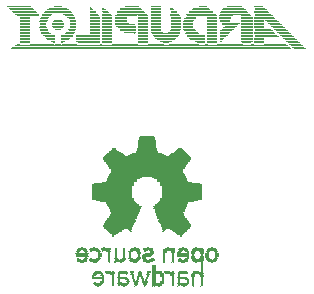
<source format=gbr>
G04 EAGLE Gerber RS-274X export*
G75*
%MOMM*%
%FSLAX34Y34*%
%LPD*%
%INSilkscreen Bottom*%
%IPPOS*%
%AMOC8*
5,1,8,0,0,1.08239X$1,22.5*%
G01*
%ADD10R,0.241300X0.060450*%
%ADD11R,0.060956X0.060450*%
%ADD12R,0.058419X0.060450*%
%ADD13R,0.060963X0.060450*%
%ADD14R,0.482600X0.060450*%
%ADD15R,0.243838X0.060450*%
%ADD16R,0.302256X0.060450*%
%ADD17R,0.726438X0.060450*%
%ADD18R,0.906781X0.060450*%
%ADD19R,0.304800X0.060450*%
%ADD20R,0.906775X0.060450*%
%ADD21R,0.845819X0.060450*%
%ADD22R,0.967738X0.060450*%
%ADD23R,0.363219X0.060450*%
%ADD24R,0.182881X0.060706*%
%ADD25R,0.302262X0.060706*%
%ADD26R,0.241300X0.060706*%
%ADD27R,0.421637X0.060706*%
%ADD28R,0.424175X0.060706*%
%ADD29R,0.363219X0.060706*%
%ADD30R,0.360681X0.060706*%
%ADD31R,0.421637X0.060450*%
%ADD32R,0.424175X0.060450*%
%ADD33R,0.485137X0.060450*%
%ADD34R,0.180338X0.060450*%
%ADD35R,0.182875X0.060450*%
%ADD36R,1.026156X0.060450*%
%ADD37R,0.784863X0.060450*%
%ADD38R,0.302256X0.060706*%
%ADD39R,0.243838X0.060706*%
%ADD40R,0.058419X0.060706*%
%ADD41R,0.360681X0.060450*%
%ADD42R,0.182881X0.060450*%
%ADD43R,0.302262X0.060450*%
%ADD44R,0.424181X0.060450*%
%ADD45R,0.787400X0.060450*%
%ADD46R,0.665475X0.060450*%
%ADD47R,0.848356X0.060450*%
%ADD48R,0.543556X0.060450*%
%ADD49R,0.665481X0.060450*%
%ADD50R,0.546100X0.060450*%
%ADD51R,0.607056X0.060450*%
%ADD52R,0.784856X0.060450*%
%ADD53R,0.723900X0.060450*%
%ADD54R,1.028700X0.060450*%
%ADD55R,0.424181X0.060706*%
%ADD56R,0.485137X0.060706*%
%ADD57R,0.482600X0.060706*%
%ADD58R,0.119381X0.060450*%
%ADD59R,0.121919X0.060450*%
%ADD60R,0.119375X0.060450*%
%ADD61R,1.089662X0.060450*%
%ADD62R,0.909319X0.060450*%
%ADD63R,0.604519X0.060450*%
%ADD64R,1.148081X0.060450*%
%ADD65R,1.150619X0.060450*%
%ADD66R,1.270000X0.060450*%
%ADD67R,1.450338X0.060706*%
%ADD68R,1.572263X0.060450*%
%ADD69R,1.572256X0.060450*%
%ADD70R,2.298700X0.060450*%
%ADD71R,2.420619X0.060450*%
%ADD72R,2.479038X0.060450*%
%ADD73R,2.600963X0.060450*%
%ADD74R,2.600956X0.060450*%
%ADD75R,2.540000X0.060450*%
%ADD76R,2.598419X0.060450*%
%ADD77R,2.540000X0.060706*%
%ADD78R,2.418075X0.060450*%
%ADD79R,2.418081X0.060450*%
%ADD80R,2.359656X0.060450*%
%ADD81R,2.357119X0.060450*%
%ADD82R,2.359656X0.060706*%
%ADD83R,2.357119X0.060706*%
%ADD84R,2.661919X0.060450*%
%ADD85R,2.722881X0.060450*%
%ADD86R,2.722881X0.060706*%
%ADD87R,2.842256X0.060450*%
%ADD88R,2.720338X0.060450*%
%ADD89R,2.722875X0.060450*%
%ADD90R,2.659381X0.060450*%
%ADD91R,2.659375X0.060450*%
%ADD92R,2.961638X0.060450*%
%ADD93R,3.263900X0.060450*%
%ADD94R,3.507738X0.060706*%
%ADD95R,3.507738X0.060450*%
%ADD96R,3.446775X0.060450*%
%ADD97R,3.446781X0.060450*%
%ADD98R,3.385819X0.060450*%
%ADD99R,3.324856X0.060450*%
%ADD100R,3.324863X0.060450*%
%ADD101R,3.324856X0.060706*%
%ADD102R,3.324863X0.060706*%
%ADD103R,3.022600X0.060450*%
%ADD104R,2.781300X0.060450*%
%ADD105R,2.783838X0.060450*%
%ADD106R,2.842263X0.060706*%
%ADD107R,2.842256X0.060706*%
%ADD108R,3.144519X0.060450*%
%ADD109R,6.410956X0.060450*%
%ADD110R,6.289038X0.060450*%
%ADD111R,6.167119X0.060450*%
%ADD112R,6.047738X0.060450*%
%ADD113R,6.167119X0.060706*%
%ADD114R,6.532881X0.060450*%
%ADD115R,6.652256X0.060450*%
%ADD116R,6.771638X0.060450*%
%ADD117R,6.893556X0.060450*%
%ADD118R,7.015481X0.060450*%
%ADD119R,7.015481X0.060706*%
%ADD120R,7.137400X0.060450*%
%ADD121R,7.259319X0.060450*%
%ADD122R,7.376156X0.060450*%
%ADD123R,7.498081X0.060450*%
%ADD124R,1.755138X0.060450*%
%ADD125R,3.388356X0.060450*%
%ADD126R,1.633219X0.060450*%
%ADD127R,2.900681X0.060706*%
%ADD128R,1.330956X0.060450*%
%ADD129R,1.328419X0.060450*%
%ADD130R,2.296156X0.060450*%
%ADD131R,1.935481X0.060450*%
%ADD132R,1.813556X0.060450*%
%ADD133R,1.691638X0.060450*%
%ADD134R,1.572256X0.060706*%
%ADD135R,1.511300X0.060450*%
%ADD136R,1.452881X0.060450*%
%ADD137R,1.330956X0.060706*%
%ADD138R,1.209037X0.060450*%
%ADD139R,23.876000X0.084838*%
%ADD140R,1.016000X0.084838*%
%ADD141R,23.705819X0.084581*%
%ADD142R,1.016000X0.084581*%
%ADD143R,23.538181X0.084581*%
%ADD144R,23.281638X0.084838*%
%ADD145R,23.114000X0.084581*%
%ADD146R,0.254000X0.084581*%
%ADD147R,2.032000X0.084581*%
%ADD148R,0.508000X0.084581*%
%ADD149R,1.270000X0.084581*%
%ADD150R,0.170181X0.084581*%
%ADD151R,2.202181X0.084581*%
%ADD152R,1.356363X0.084581*%
%ADD153R,2.623819X0.084581*%
%ADD154R,2.118362X0.084581*%
%ADD155R,1.861819X0.084581*%
%ADD156R,0.845819X0.084581*%
%ADD157R,0.167637X0.084581*%
%ADD158R,1.945638X0.084581*%
%ADD159R,0.591819X0.084581*%
%ADD160R,0.675638X0.084581*%
%ADD161R,0.762000X0.084581*%
%ADD162R,0.421637X0.084581*%
%ADD163R,0.340363X0.084581*%
%ADD164R,1.099819X0.084581*%
%ADD165R,0.929638X0.084581*%
%ADD166R,0.086363X0.084581*%
%ADD167R,0.932181X0.084581*%
%ADD168R,0.845819X0.084838*%
%ADD169R,0.591819X0.084838*%
%ADD170R,0.508000X0.084838*%
%ADD171R,2.032000X0.084838*%
%ADD172R,1.353819X0.084838*%
%ADD173R,1.099819X0.084838*%
%ADD174R,0.170181X0.084838*%
%ADD175R,0.932181X0.084838*%
%ADD176R,0.678181X0.084581*%
%ADD177R,1.607819X0.084581*%
%ADD178R,1.778000X0.084581*%
%ADD179R,1.353819X0.084581*%
%ADD180R,0.848363X0.084838*%
%ADD181R,1.948181X0.084838*%
%ADD182R,1.437638X0.084838*%
%ADD183R,0.424181X0.084838*%
%ADD184R,2.115819X0.084838*%
%ADD185R,2.115819X0.084581*%
%ADD186R,1.524000X0.084581*%
%ADD187R,0.594363X0.084581*%
%ADD188R,0.762000X0.084838*%
%ADD189R,2.286000X0.084838*%
%ADD190R,1.607819X0.084838*%
%ADD191R,0.678181X0.084838*%
%ADD192R,1.861819X0.084838*%
%ADD193R,0.083819X0.084581*%
%ADD194R,2.369819X0.084581*%
%ADD195R,1.183638X0.084581*%
%ADD196R,0.848363X0.084581*%
%ADD197R,1.691638X0.084581*%
%ADD198R,0.675638X0.084838*%
%ADD199R,1.270000X0.084838*%
%ADD200R,1.437638X0.084581*%
%ADD201R,0.594363X0.084838*%
%ADD202R,1.524000X0.084838*%
%ADD203R,0.929638X0.084838*%
%ADD204R,1.691638X0.084838*%
%ADD205R,1.694181X0.084581*%
%ADD206R,1.102363X0.084581*%
%ADD207R,1.102363X0.084838*%
%ADD208R,1.864363X0.084581*%
%ADD209R,1.186181X0.084581*%
%ADD210R,1.948181X0.084581*%
%ADD211R,2.540000X0.084581*%
%ADD212R,1.945638X0.084838*%
%ADD213R,2.540000X0.084838*%
%ADD214R,2.372362X0.084838*%
%ADD215R,2.456181X0.084838*%
%ADD216R,2.453638X0.084581*%
%ADD217R,2.372362X0.084581*%
%ADD218R,0.424181X0.084581*%
%ADD219R,2.286000X0.084581*%
%ADD220R,2.199638X0.084581*%
%ADD221R,0.337819X0.084838*%
%ADD222R,2.118362X0.084838*%
%ADD223R,0.421637X0.084838*%
%ADD224R,1.778000X0.084838*%
%ADD225R,0.337819X0.084581*%
%ADD226R,1.186181X0.084838*%
%ADD227R,0.083819X0.084838*%
%ADD228R,0.167637X0.084838*%


D10*
X230105Y261973D03*
X252483Y261973D03*
D11*
X261843Y261973D03*
D12*
X270313Y261973D03*
X276968Y261973D03*
D11*
X278175Y261973D03*
D10*
X282099Y261973D03*
D13*
X298139Y261973D03*
D10*
X303283Y261973D03*
D12*
X311436Y261973D03*
D11*
X317494Y261973D03*
D14*
X230093Y262578D03*
D10*
X242805Y262578D03*
X248241Y262578D03*
D14*
X252470Y262578D03*
D15*
X262147Y262578D03*
D10*
X270009Y262578D03*
D16*
X277578Y262578D03*
D14*
X282112Y262578D03*
D10*
X293605Y262578D03*
X299041Y262578D03*
D14*
X303270Y262578D03*
D10*
X310522Y262578D03*
X318396Y262578D03*
D17*
X230093Y263182D03*
D10*
X242805Y263182D03*
D18*
X251568Y263182D03*
D19*
X262452Y263182D03*
D16*
X269704Y263182D03*
D20*
X280600Y263182D03*
D10*
X293605Y263182D03*
D18*
X302368Y263182D03*
D10*
X310522Y263182D03*
X318396Y263182D03*
D21*
X230105Y263787D03*
D10*
X242805Y263787D03*
D22*
X251873Y263787D03*
D19*
X262452Y263787D03*
D16*
X269704Y263787D03*
D22*
X280905Y263787D03*
D10*
X293605Y263787D03*
D18*
X302368Y263787D03*
D10*
X310522Y263787D03*
X318396Y263787D03*
D18*
X230410Y264391D03*
D10*
X242805Y264391D03*
D22*
X251873Y264391D03*
D23*
X262160Y264391D03*
X270009Y264391D03*
D22*
X280905Y264391D03*
D10*
X293605Y264391D03*
D22*
X302673Y264391D03*
D10*
X310522Y264391D03*
X318396Y264391D03*
D24*
X227375Y264997D03*
D25*
X233433Y264997D03*
D26*
X242805Y264997D03*
D25*
X248546Y264997D03*
D26*
X255505Y264997D03*
D27*
X262452Y264997D03*
D28*
X269704Y264997D03*
D29*
X277883Y264997D03*
D30*
X284525Y264997D03*
D26*
X293605Y264997D03*
X299041Y264997D03*
X306305Y264997D03*
X310522Y264997D03*
X318396Y264997D03*
D16*
X234017Y265603D03*
D10*
X242805Y265603D03*
X248241Y265603D03*
D16*
X255810Y265603D03*
D31*
X262452Y265603D03*
D32*
X269704Y265603D03*
D16*
X277578Y265603D03*
X284817Y265603D03*
D10*
X293605Y265603D03*
X299041Y265603D03*
X306305Y265603D03*
X310522Y265603D03*
X318396Y265603D03*
X234322Y266207D03*
X242805Y266207D03*
X248241Y266207D03*
D15*
X256102Y266207D03*
D14*
X262147Y266207D03*
D33*
X270009Y266207D03*
D16*
X277578Y266207D03*
X284817Y266207D03*
D10*
X293605Y266207D03*
X299041Y266207D03*
X306305Y266207D03*
X310522Y266207D03*
X318396Y266207D03*
X234322Y266812D03*
X242805Y266812D03*
X248241Y266812D03*
X255505Y266812D03*
X260941Y266812D03*
D34*
X263659Y266812D03*
D35*
X268497Y266812D03*
D10*
X271228Y266812D03*
D16*
X277578Y266812D03*
D10*
X285122Y266812D03*
X293605Y266812D03*
X299041Y266812D03*
X306305Y266812D03*
X310522Y266812D03*
X318396Y266812D03*
X234322Y267416D03*
X242805Y267416D03*
X248241Y267416D03*
D23*
X254896Y267416D03*
D34*
X260636Y267416D03*
D10*
X263963Y267416D03*
X268205Y267416D03*
X271228Y267416D03*
D16*
X277578Y267416D03*
D10*
X285122Y267416D03*
X293605Y267416D03*
X299041Y267416D03*
D23*
X305696Y267416D03*
D10*
X310522Y267416D03*
X318396Y267416D03*
D36*
X230397Y268021D03*
D10*
X242805Y268021D03*
D18*
X251568Y268021D03*
D10*
X260331Y268021D03*
X263963Y268021D03*
X268205Y268021D03*
D15*
X271825Y268021D03*
D16*
X277578Y268021D03*
D10*
X285122Y268021D03*
X293605Y268021D03*
D18*
X302368Y268021D03*
D10*
X310522Y268021D03*
X318396Y268021D03*
D36*
X230397Y268625D03*
D10*
X242805Y268625D03*
D18*
X251568Y268625D03*
D10*
X260331Y268625D03*
D34*
X264268Y268625D03*
X267900Y268625D03*
D15*
X271825Y268625D03*
D16*
X277578Y268625D03*
D10*
X285122Y268625D03*
X293605Y268625D03*
D21*
X302063Y268625D03*
D10*
X310522Y268625D03*
X318396Y268625D03*
D36*
X230397Y269230D03*
D10*
X242805Y269230D03*
D37*
X250959Y269230D03*
D10*
X260331Y269230D03*
X264573Y269230D03*
X267596Y269230D03*
D15*
X271825Y269230D03*
D16*
X277578Y269230D03*
D10*
X285122Y269230D03*
X293605Y269230D03*
D37*
X301759Y269230D03*
D10*
X310522Y269230D03*
X318396Y269230D03*
X226473Y269834D03*
X234322Y269834D03*
X242805Y269834D03*
X248241Y269834D03*
X259722Y269834D03*
X264573Y269834D03*
X267596Y269834D03*
X272422Y269834D03*
D16*
X277578Y269834D03*
D10*
X285122Y269834D03*
X293605Y269834D03*
X299041Y269834D03*
X310522Y269834D03*
X318396Y269834D03*
X226473Y270439D03*
X234322Y270439D03*
X242805Y270439D03*
X248241Y270439D03*
X259722Y270439D03*
D31*
X266084Y270439D03*
D10*
X272422Y270439D03*
D16*
X277578Y270439D03*
X284817Y270439D03*
D10*
X293605Y270439D03*
X299041Y270439D03*
D16*
X310826Y270439D03*
X318091Y270439D03*
X226778Y271043D03*
X234017Y271043D03*
D10*
X242805Y271043D03*
X248241Y271043D03*
X259722Y271043D03*
D31*
X266084Y271043D03*
D10*
X272422Y271043D03*
D16*
X277578Y271043D03*
X284817Y271043D03*
X293300Y271043D03*
D10*
X299041Y271043D03*
D16*
X310826Y271043D03*
X318091Y271043D03*
D38*
X227387Y271649D03*
D39*
X233725Y271649D03*
D38*
X242500Y271649D03*
D26*
X248241Y271649D03*
D40*
X254591Y271649D03*
D38*
X259417Y271649D03*
D27*
X266084Y271649D03*
D38*
X272726Y271649D03*
D29*
X277883Y271649D03*
D38*
X284817Y271649D03*
X293300Y271649D03*
D26*
X299041Y271649D03*
D29*
X311131Y271649D03*
X317786Y271649D03*
D41*
X227680Y272255D03*
D23*
X233128Y272255D03*
D42*
X237662Y272255D03*
D32*
X241891Y272255D03*
D23*
X248850Y272255D03*
D34*
X254591Y272255D03*
D15*
X259125Y272255D03*
D43*
X266072Y272255D03*
D10*
X273031Y272255D03*
D14*
X278480Y272255D03*
D23*
X283928Y272255D03*
D42*
X288462Y272255D03*
D32*
X292691Y272255D03*
D43*
X299346Y272255D03*
D10*
X305086Y272255D03*
D23*
X311741Y272255D03*
D44*
X317481Y272255D03*
D45*
X230397Y272859D03*
D17*
X240380Y272859D03*
D21*
X251873Y272859D03*
D15*
X259125Y272859D03*
D43*
X266072Y272859D03*
D10*
X273031Y272859D03*
D22*
X280905Y272859D03*
D45*
X290875Y272859D03*
D18*
X302368Y272859D03*
D22*
X314763Y272859D03*
D46*
X230397Y273464D03*
D45*
X240075Y273464D03*
D21*
X251873Y273464D03*
D43*
X258833Y273464D03*
X266072Y273464D03*
D16*
X273336Y273464D03*
D20*
X280600Y273464D03*
D47*
X290570Y273464D03*
D21*
X302673Y273464D03*
D18*
X315068Y273464D03*
D48*
X230397Y274069D03*
D33*
X238563Y274069D03*
D10*
X242805Y274069D03*
D17*
X251860Y274069D03*
D43*
X258833Y274069D03*
D35*
X266084Y274069D03*
D16*
X273336Y274069D03*
X277578Y274069D03*
D14*
X282112Y274069D03*
D33*
X288754Y274069D03*
D10*
X293605Y274069D03*
D49*
X302356Y274069D03*
D14*
X313557Y274069D03*
D10*
X318396Y274069D03*
D16*
X230410Y274673D03*
D43*
X238259Y274673D03*
D10*
X242805Y274673D03*
D32*
X252178Y274673D03*
D10*
X258528Y274673D03*
D35*
X266084Y274673D03*
D10*
X273641Y274673D03*
D16*
X277578Y274673D03*
D10*
X282099Y274673D03*
D43*
X289059Y274673D03*
D10*
X293605Y274673D03*
D23*
X302673Y274673D03*
D15*
X313557Y274673D03*
D10*
X318396Y274673D03*
D16*
X277578Y275278D03*
D10*
X318396Y275278D03*
D16*
X277578Y275882D03*
D10*
X318396Y275882D03*
D16*
X277578Y276487D03*
D10*
X318396Y276487D03*
D16*
X277578Y277091D03*
D10*
X318396Y277091D03*
D38*
X277578Y277697D03*
D26*
X318396Y277697D03*
D16*
X277578Y278303D03*
D10*
X318396Y278303D03*
D16*
X277578Y278907D03*
D10*
X318396Y278907D03*
D16*
X277578Y279512D03*
D10*
X318396Y279512D03*
X318396Y280116D03*
X318396Y280721D03*
X318396Y281325D03*
D16*
X216491Y281930D03*
X227387Y281930D03*
D11*
X240075Y281930D03*
X244317Y281930D03*
X245510Y281930D03*
D15*
X249447Y281930D03*
D43*
X261246Y281930D03*
D16*
X272726Y281930D03*
D12*
X286036Y281930D03*
D11*
X287243Y281930D03*
X293288Y281930D03*
X294507Y281930D03*
D16*
X302368Y281930D03*
D15*
X313557Y281930D03*
D10*
X318396Y281930D03*
X326854Y281930D03*
D50*
X216491Y282534D03*
D48*
X227375Y282534D03*
D10*
X239783Y282534D03*
X245218Y282534D03*
D14*
X249447Y282534D03*
D50*
X261246Y282534D03*
D49*
X272739Y282534D03*
D10*
X286341Y282534D03*
D15*
X294202Y282534D03*
D51*
X302063Y282534D03*
D14*
X313557Y282534D03*
D10*
X318396Y282534D03*
D48*
X326562Y282534D03*
D52*
X216491Y283139D03*
D17*
X227070Y283139D03*
D10*
X239783Y283139D03*
D21*
X248241Y283139D03*
D53*
X260941Y283139D03*
D21*
X273031Y283139D03*
D10*
X286341Y283139D03*
D15*
X294202Y283139D03*
D52*
X302368Y283139D03*
D18*
X315068Y283139D03*
D17*
X326867Y283139D03*
D20*
X216491Y283743D03*
D47*
X227070Y283743D03*
D10*
X239783Y283743D03*
D18*
X248546Y283743D03*
D21*
X260941Y283743D03*
D54*
X273336Y283743D03*
D10*
X286341Y283743D03*
D15*
X294202Y283743D03*
D21*
X302063Y283743D03*
D22*
X314763Y283743D03*
D21*
X326854Y283743D03*
D38*
X214078Y284349D03*
D29*
X219209Y284349D03*
D55*
X224949Y284349D03*
D28*
X229800Y284349D03*
D26*
X239783Y284349D03*
D27*
X246120Y284349D03*
D56*
X251263Y284349D03*
D27*
X258820Y284349D03*
D55*
X263659Y284349D03*
D29*
X270009Y284349D03*
D55*
X276359Y284349D03*
D26*
X286341Y284349D03*
D39*
X294202Y284349D03*
D38*
X299955Y284349D03*
D29*
X305086Y284349D03*
D55*
X312046Y284349D03*
D57*
X317189Y284349D03*
D55*
X324136Y284349D03*
D27*
X328975Y284349D03*
D58*
X213773Y284955D03*
D16*
X220123Y284955D03*
D42*
X224352Y284955D03*
D41*
X230702Y284955D03*
D10*
X239783Y284955D03*
D16*
X245523Y284955D03*
X252178Y284955D03*
D23*
X257918Y284955D03*
D16*
X264268Y284955D03*
X269094Y284955D03*
D34*
X276359Y284955D03*
D10*
X286341Y284955D03*
D15*
X294202Y284955D03*
D59*
X299638Y284955D03*
D16*
X306000Y284955D03*
X311436Y284955D03*
D23*
X317786Y284955D03*
D16*
X323526Y284955D03*
X330181Y284955D03*
D10*
X220428Y285559D03*
D16*
X230994Y285559D03*
D10*
X239783Y285559D03*
X245218Y285559D03*
D16*
X252178Y285559D03*
X257613Y285559D03*
X264878Y285559D03*
D15*
X268802Y285559D03*
D60*
X276663Y285559D03*
D10*
X286341Y285559D03*
D15*
X294202Y285559D03*
D10*
X306305Y285559D03*
D16*
X310826Y285559D03*
X318091Y285559D03*
D10*
X323222Y285559D03*
D16*
X330181Y285559D03*
D10*
X220428Y286164D03*
X231299Y286164D03*
X239783Y286164D03*
X245218Y286164D03*
X252483Y286164D03*
X257309Y286164D03*
D16*
X264878Y286164D03*
X269094Y286164D03*
D10*
X286341Y286164D03*
D15*
X294202Y286164D03*
D10*
X306305Y286164D03*
D16*
X310826Y286164D03*
X318091Y286164D03*
X322917Y286164D03*
D10*
X330486Y286164D03*
D43*
X220733Y286769D03*
D10*
X231299Y286769D03*
X239783Y286769D03*
X245218Y286769D03*
X252483Y286769D03*
X257309Y286769D03*
X265183Y286769D03*
D16*
X269094Y286769D03*
D10*
X286341Y286769D03*
D15*
X294202Y286769D03*
D10*
X306305Y286769D03*
D16*
X310826Y286769D03*
X318091Y286769D03*
X322917Y286769D03*
X330791Y286769D03*
D54*
X217100Y287373D03*
D16*
X231604Y287373D03*
D10*
X239783Y287373D03*
X245218Y287373D03*
X252483Y287373D03*
X257309Y287373D03*
X265183Y287373D03*
D46*
X271520Y287373D03*
D10*
X286341Y287373D03*
D15*
X294202Y287373D03*
D22*
X302673Y287373D03*
D10*
X310522Y287373D03*
X318396Y287373D03*
D16*
X322917Y287373D03*
X330791Y287373D03*
D61*
X216796Y287978D03*
D16*
X231604Y287978D03*
D10*
X239783Y287978D03*
X245218Y287978D03*
X252483Y287978D03*
X257309Y287978D03*
X265183Y287978D03*
D45*
X272130Y287978D03*
D10*
X286341Y287978D03*
D15*
X294202Y287978D03*
D54*
X302368Y287978D03*
D10*
X310522Y287978D03*
X318396Y287978D03*
D16*
X322917Y287978D03*
X330791Y287978D03*
D61*
X216796Y288582D03*
D16*
X231604Y288582D03*
D10*
X239783Y288582D03*
X245218Y288582D03*
X252483Y288582D03*
X257309Y288582D03*
X265183Y288582D03*
D45*
X272739Y288582D03*
D10*
X286341Y288582D03*
D15*
X294202Y288582D03*
D54*
X302368Y288582D03*
D10*
X310522Y288582D03*
X318396Y288582D03*
D16*
X322917Y288582D03*
X330791Y288582D03*
D61*
X216796Y289187D03*
D16*
X231604Y289187D03*
D10*
X239783Y289187D03*
X245218Y289187D03*
X252483Y289187D03*
X257309Y289187D03*
X265183Y289187D03*
D53*
X273641Y289187D03*
D10*
X286341Y289187D03*
D15*
X294202Y289187D03*
D54*
X302368Y289187D03*
D10*
X310522Y289187D03*
X318396Y289187D03*
D16*
X322917Y289187D03*
X330791Y289187D03*
D43*
X212859Y289791D03*
X220733Y289791D03*
D10*
X231299Y289791D03*
X239783Y289791D03*
X245218Y289791D03*
X252483Y289791D03*
X257309Y289791D03*
D16*
X264878Y289791D03*
X275749Y289791D03*
D10*
X286341Y289791D03*
D15*
X294202Y289791D03*
D16*
X298736Y289791D03*
D10*
X306305Y289791D03*
D16*
X310826Y289791D03*
X318091Y289791D03*
X322917Y289791D03*
X330791Y289791D03*
D26*
X213163Y290397D03*
X220428Y290397D03*
X231299Y290397D03*
X239783Y290397D03*
X245218Y290397D03*
X252483Y290397D03*
X257309Y290397D03*
D38*
X264878Y290397D03*
D25*
X276359Y290397D03*
X286646Y290397D03*
D38*
X293910Y290397D03*
X298736Y290397D03*
D26*
X306305Y290397D03*
D38*
X310826Y290397D03*
X318091Y290397D03*
D26*
X323222Y290397D03*
X330486Y290397D03*
D16*
X213468Y291003D03*
D10*
X220428Y291003D03*
D13*
X224352Y291003D03*
D16*
X230994Y291003D03*
X239478Y291003D03*
D10*
X245218Y291003D03*
X252483Y291003D03*
D16*
X257613Y291003D03*
D10*
X264573Y291003D03*
D43*
X276359Y291003D03*
X286646Y291003D03*
D16*
X293910Y291003D03*
D10*
X299041Y291003D03*
D16*
X306000Y291003D03*
X310826Y291003D03*
X318091Y291003D03*
D10*
X323222Y291003D03*
D16*
X330181Y291003D03*
X213468Y291607D03*
X220123Y291607D03*
D42*
X224352Y291607D03*
D41*
X230702Y291607D03*
D13*
X234639Y291607D03*
D23*
X239173Y291607D03*
D10*
X245218Y291607D03*
X252483Y291607D03*
D23*
X257918Y291607D03*
D16*
X264268Y291607D03*
D34*
X269704Y291607D03*
D10*
X276054Y291607D03*
D23*
X286950Y291607D03*
X293605Y291607D03*
D43*
X299346Y291607D03*
D10*
X305696Y291607D03*
D16*
X311436Y291607D03*
D23*
X317786Y291607D03*
D16*
X323526Y291607D03*
D23*
X329876Y291607D03*
X214383Y292212D03*
X219209Y292212D03*
D62*
X227375Y292212D03*
D17*
X237357Y292212D03*
D10*
X245218Y292212D03*
X252483Y292212D03*
D18*
X261246Y292212D03*
D23*
X270618Y292212D03*
X275444Y292212D03*
D22*
X290583Y292212D03*
D23*
X300260Y292212D03*
X305086Y292212D03*
D22*
X314763Y292212D03*
D21*
X326854Y292212D03*
X216796Y292816D03*
D47*
X227070Y292816D03*
D45*
X237052Y292816D03*
D10*
X245218Y292816D03*
X252483Y292816D03*
D37*
X261246Y292816D03*
D20*
X272726Y292816D03*
D22*
X290583Y292816D03*
D52*
X302368Y292816D03*
D22*
X314763Y292816D03*
D21*
X326854Y292816D03*
D53*
X216796Y293421D03*
D17*
X227070Y293421D03*
D47*
X236747Y293421D03*
D10*
X245218Y293421D03*
X252483Y293421D03*
D46*
X261233Y293421D03*
D45*
X272739Y293421D03*
D62*
X290875Y293421D03*
D49*
X302356Y293421D03*
D18*
X315068Y293421D03*
D17*
X326867Y293421D03*
D33*
X216796Y294025D03*
D48*
X227375Y294025D03*
D44*
X235236Y294025D03*
D10*
X239783Y294025D03*
X245218Y294025D03*
X252483Y294025D03*
D50*
X261246Y294025D03*
D63*
X272434Y294025D03*
D33*
X289363Y294025D03*
D15*
X294202Y294025D03*
D33*
X302673Y294025D03*
D14*
X313557Y294025D03*
D10*
X318396Y294025D03*
D33*
X326854Y294025D03*
D58*
X216796Y294630D03*
D59*
X227070Y294630D03*
D34*
X235236Y294630D03*
X261246Y294630D03*
X272726Y294630D03*
D60*
X289363Y294630D03*
D58*
X302673Y294630D03*
D59*
X313557Y294630D03*
X326867Y294630D03*
X243402Y304307D03*
X300247Y304307D03*
D15*
X243402Y304912D03*
X300247Y304912D03*
D31*
X243707Y305516D03*
D44*
X299955Y305516D03*
D48*
X243707Y306121D03*
X299943Y306121D03*
D46*
X243707Y306725D03*
D49*
X299943Y306725D03*
D21*
X243999Y307330D03*
X299650Y307330D03*
D22*
X243999Y307934D03*
X299650Y307934D03*
D64*
X244317Y308539D03*
D58*
X257918Y308539D03*
X285731Y308539D03*
D65*
X299346Y308539D03*
D66*
X244317Y309143D03*
D10*
X257309Y309143D03*
X286341Y309143D03*
D66*
X299333Y309143D03*
D67*
X244609Y309749D03*
D29*
X257309Y309749D03*
X286341Y309749D03*
D67*
X299041Y309749D03*
D68*
X244609Y310355D03*
D14*
X256712Y310355D03*
D33*
X286950Y310355D03*
D69*
X299041Y310355D03*
D70*
X247631Y310959D03*
X296018Y310959D03*
D71*
X247631Y311564D03*
X296018Y311564D03*
D72*
X247339Y312169D03*
X296310Y312169D03*
D73*
X247339Y312773D03*
D74*
X296310Y312773D03*
D73*
X247339Y313378D03*
D74*
X296310Y313378D03*
D75*
X247644Y313982D03*
X296006Y313982D03*
D76*
X247936Y314587D03*
X295713Y314587D03*
D75*
X248228Y315191D03*
X295421Y315191D03*
D77*
X248838Y315797D03*
X294812Y315797D03*
D72*
X249143Y316403D03*
X294507Y316403D03*
D75*
X249447Y317007D03*
X294202Y317007D03*
D72*
X249752Y317612D03*
X293897Y317612D03*
D78*
X250057Y318216D03*
D79*
X293593Y318216D03*
D72*
X250362Y318821D03*
X293288Y318821D03*
D79*
X250667Y319425D03*
D71*
X292996Y319425D03*
X251263Y320030D03*
X292386Y320030D03*
X251263Y320634D03*
X292386Y320634D03*
D80*
X251568Y321239D03*
X292081Y321239D03*
X252178Y321843D03*
D81*
X291484Y321843D03*
D82*
X252178Y322449D03*
D83*
X291484Y322449D03*
D81*
X252775Y323055D03*
X290875Y323055D03*
X252775Y323659D03*
X290875Y323659D03*
D79*
X253080Y324264D03*
D78*
X290570Y324264D03*
D72*
X252775Y324869D03*
X290875Y324869D03*
X252775Y325473D03*
X290875Y325473D03*
D74*
X252775Y326078D03*
X290875Y326078D03*
X252775Y326682D03*
X290875Y326682D03*
D84*
X253080Y327287D03*
X290570Y327287D03*
D85*
X252775Y327891D03*
X290875Y327891D03*
D86*
X252775Y328497D03*
X290875Y328497D03*
D87*
X252787Y329103D03*
X290887Y329103D03*
D88*
X252178Y329707D03*
D89*
X291484Y329707D03*
D90*
X251873Y330312D03*
D84*
X291789Y330312D03*
D91*
X251263Y330916D03*
D90*
X292386Y330916D03*
D75*
X250667Y331521D03*
X292983Y331521D03*
X250057Y332125D03*
X293593Y332125D03*
D72*
X249752Y332730D03*
X293897Y332730D03*
D91*
X248241Y333334D03*
D90*
X295409Y333334D03*
D92*
X246730Y333939D03*
X296920Y333939D03*
D93*
X244609Y334543D03*
X299041Y334543D03*
D94*
X242805Y335149D03*
X300844Y335149D03*
D95*
X242805Y335755D03*
X300844Y335755D03*
D96*
X242500Y336359D03*
D97*
X301149Y336359D03*
D96*
X242500Y336964D03*
D97*
X301149Y336964D03*
D98*
X242196Y337569D03*
X301454Y337569D03*
X242196Y338173D03*
X301454Y338173D03*
X242196Y338778D03*
X301454Y338778D03*
X242196Y339382D03*
X301454Y339382D03*
X242196Y339987D03*
X301454Y339987D03*
D99*
X241891Y340591D03*
D100*
X301759Y340591D03*
D101*
X241891Y341197D03*
D102*
X301759Y341197D03*
D99*
X241891Y341803D03*
D100*
X301759Y341803D03*
D99*
X241891Y342407D03*
D100*
X301759Y342407D03*
D98*
X242196Y343012D03*
X301454Y343012D03*
X242196Y343616D03*
X301454Y343616D03*
X242196Y344221D03*
X301454Y344221D03*
X242196Y344825D03*
X301454Y344825D03*
X242196Y345430D03*
X301454Y345430D03*
D96*
X242500Y346034D03*
D97*
X301149Y346034D03*
D96*
X242500Y346639D03*
D97*
X301149Y346639D03*
D95*
X242805Y347243D03*
X300844Y347243D03*
D94*
X242805Y347849D03*
X300844Y347849D03*
D98*
X243999Y348455D03*
X299650Y348455D03*
D103*
X245815Y349059D03*
X297834Y349059D03*
D104*
X247631Y349664D03*
X296018Y349664D03*
D75*
X249447Y350269D03*
X294202Y350269D03*
D72*
X250362Y350873D03*
X293288Y350873D03*
D75*
X250667Y351478D03*
X292983Y351478D03*
D74*
X250971Y352082D03*
D76*
X292691Y352082D03*
D90*
X251873Y352687D03*
D84*
X291789Y352687D03*
D104*
X252483Y353291D03*
D105*
X291180Y353291D03*
D106*
X253372Y353897D03*
D107*
X290278Y353897D03*
D108*
X254883Y354503D03*
X288767Y354503D03*
D109*
X271825Y355107D03*
X271825Y355712D03*
X271825Y356316D03*
D110*
X271825Y356921D03*
X271825Y357525D03*
D111*
X271825Y358130D03*
X271825Y358734D03*
D112*
X271837Y359339D03*
D111*
X271825Y359943D03*
D113*
X271825Y360549D03*
D110*
X271825Y361155D03*
D109*
X271825Y361759D03*
X271825Y362364D03*
D114*
X271825Y362969D03*
D115*
X271837Y363573D03*
X271837Y364178D03*
D116*
X271825Y364782D03*
D117*
X271825Y365387D03*
D118*
X271825Y365991D03*
D119*
X271825Y366597D03*
D120*
X271825Y367203D03*
D121*
X271825Y367807D03*
X271825Y368412D03*
D122*
X271825Y369016D03*
D123*
X271825Y369621D03*
X271825Y370225D03*
D122*
X271825Y370830D03*
D121*
X271825Y371434D03*
D124*
X244913Y372039D03*
D125*
X271825Y372039D03*
D124*
X298736Y372039D03*
D126*
X244913Y372643D03*
D108*
X271825Y372643D03*
D126*
X298736Y372643D03*
D67*
X244609Y373249D03*
D127*
X271825Y373249D03*
D67*
X299041Y373249D03*
D128*
X244621Y373855D03*
D75*
X271825Y373855D03*
D129*
X299041Y373855D03*
D64*
X244317Y374459D03*
D130*
X271825Y374459D03*
D65*
X299346Y374459D03*
D54*
X244304Y375064D03*
D131*
X271825Y375064D03*
D54*
X299346Y375064D03*
D21*
X243999Y375669D03*
D132*
X271825Y375669D03*
D21*
X299650Y375669D03*
D17*
X244012Y376273D03*
D133*
X271825Y376273D03*
D17*
X299638Y376273D03*
D48*
X243707Y376878D03*
D133*
X271825Y376878D03*
D63*
X299638Y376878D03*
D31*
X243707Y377482D03*
D133*
X271825Y377482D03*
D44*
X299955Y377482D03*
D16*
X243694Y378087D03*
D133*
X271825Y378087D03*
D16*
X299955Y378087D03*
D59*
X243402Y378691D03*
D133*
X271825Y378691D03*
D59*
X300247Y378691D03*
D134*
X271837Y379297D03*
D69*
X271837Y379903D03*
X271837Y380507D03*
X271837Y381112D03*
X271837Y381716D03*
D135*
X271533Y382321D03*
D136*
X271825Y382925D03*
X271825Y383530D03*
X271825Y384134D03*
X271825Y384739D03*
X271825Y385343D03*
D137*
X271825Y385949D03*
D128*
X271825Y386555D03*
X271825Y387159D03*
X271825Y387764D03*
D138*
X271825Y388369D03*
D139*
X275566Y462234D03*
D140*
X401728Y462234D03*
D141*
X275579Y463081D03*
D142*
X400890Y463081D03*
D143*
X275579Y463927D03*
D142*
X400026Y463927D03*
D144*
X275998Y464774D03*
D140*
X399188Y464774D03*
D145*
X275998Y465621D03*
D142*
X398350Y465621D03*
D146*
X163400Y466467D03*
D147*
X183288Y466467D03*
D148*
X196826Y466467D03*
D149*
X206580Y466467D03*
D150*
X233237Y466467D03*
D151*
X253557Y466467D03*
D152*
X279808Y466467D03*
D153*
X303087Y466467D03*
D146*
X322556Y466467D03*
D154*
X342038Y466467D03*
D146*
X361520Y466467D03*
D155*
X380557Y466467D03*
D142*
X397486Y466467D03*
D140*
X396648Y467314D03*
D156*
X168899Y468161D03*
D157*
X193448Y468161D03*
D150*
X200217Y468161D03*
D158*
X222658Y468161D03*
D156*
X238317Y468161D03*
X268797Y468161D03*
D159*
X287847Y468161D03*
D160*
X317908Y468161D03*
D156*
X327217Y468161D03*
D161*
X356440Y468161D03*
D156*
X367019Y468161D03*
D142*
X395810Y468161D03*
D156*
X168899Y469007D03*
D162*
X192178Y469007D03*
D163*
X201068Y469007D03*
D147*
X222226Y469007D03*
D156*
X238317Y469007D03*
X268797Y469007D03*
D164*
X287847Y469007D03*
D165*
X316638Y469007D03*
D156*
X327217Y469007D03*
D166*
X334418Y469007D03*
D167*
X356427Y469007D03*
D156*
X367019Y469007D03*
D142*
X394946Y469007D03*
D168*
X168899Y469854D03*
D169*
X191327Y469854D03*
D170*
X201906Y469854D03*
D171*
X222226Y469854D03*
D168*
X238317Y469854D03*
X268797Y469854D03*
D172*
X288279Y469854D03*
D173*
X315787Y469854D03*
D168*
X327217Y469854D03*
D174*
X334837Y469854D03*
D175*
X356427Y469854D03*
D168*
X367019Y469854D03*
D140*
X394108Y469854D03*
D156*
X168899Y470701D03*
D160*
X190908Y470701D03*
D176*
X202757Y470701D03*
D147*
X222226Y470701D03*
D156*
X238317Y470701D03*
X268797Y470701D03*
D177*
X287847Y470701D03*
D149*
X314936Y470701D03*
D156*
X327217Y470701D03*
D146*
X335256Y470701D03*
D167*
X356427Y470701D03*
D156*
X367019Y470701D03*
D142*
X393270Y470701D03*
D156*
X168899Y471547D03*
D161*
X190476Y471547D03*
X203176Y471547D03*
D147*
X222226Y471547D03*
D156*
X238317Y471547D03*
X268797Y471547D03*
D178*
X287860Y471547D03*
D179*
X314517Y471547D03*
D156*
X327217Y471547D03*
D163*
X335688Y471547D03*
D167*
X356427Y471547D03*
D156*
X367019Y471547D03*
D142*
X392406Y471547D03*
D168*
X168899Y472394D03*
X190057Y472394D03*
D180*
X203608Y472394D03*
D171*
X222226Y472394D03*
D168*
X238317Y472394D03*
X268797Y472394D03*
D181*
X287847Y472394D03*
D182*
X314098Y472394D03*
D168*
X327217Y472394D03*
D183*
X336107Y472394D03*
D175*
X356427Y472394D03*
D184*
X373369Y472394D03*
D140*
X391568Y472394D03*
D156*
X168899Y473241D03*
D165*
X189638Y473241D03*
D167*
X204027Y473241D03*
D147*
X222226Y473241D03*
D156*
X238317Y473241D03*
X268797Y473241D03*
D185*
X287847Y473241D03*
D186*
X313666Y473241D03*
D156*
X327217Y473241D03*
D148*
X336526Y473241D03*
D167*
X356427Y473241D03*
D147*
X372950Y473241D03*
D142*
X390730Y473241D03*
D156*
X168899Y474087D03*
D167*
X188787Y474087D03*
D142*
X204446Y474087D03*
D147*
X222226Y474087D03*
D156*
X238317Y474087D03*
X268797Y474087D03*
D151*
X288279Y474087D03*
D177*
X313247Y474087D03*
D156*
X327217Y474087D03*
D187*
X336958Y474087D03*
D167*
X356427Y474087D03*
D158*
X372518Y474087D03*
D142*
X389866Y474087D03*
D168*
X168899Y474934D03*
X187517Y474934D03*
D188*
X205716Y474934D03*
D171*
X222226Y474934D03*
D168*
X238317Y474934D03*
X268797Y474934D03*
D189*
X287860Y474934D03*
D190*
X313247Y474934D03*
D168*
X327217Y474934D03*
D191*
X337377Y474934D03*
D175*
X356427Y474934D03*
D192*
X372099Y474934D03*
D140*
X389028Y474934D03*
D156*
X168899Y475781D03*
X186679Y475781D03*
D161*
X206580Y475781D03*
D165*
X227738Y475781D03*
D156*
X238317Y475781D03*
D193*
X261609Y475781D03*
D156*
X268797Y475781D03*
D194*
X288279Y475781D03*
D195*
X310288Y475781D03*
D156*
X327217Y475781D03*
D161*
X337796Y475781D03*
D167*
X356427Y475781D03*
D178*
X371680Y475781D03*
D142*
X388190Y475781D03*
D156*
X168899Y476627D03*
D160*
X185828Y476627D03*
D161*
X207418Y476627D03*
D156*
X228157Y476627D03*
X238317Y476627D03*
D164*
X257367Y476627D03*
D156*
X268797Y476627D03*
D142*
X280646Y476627D03*
X295048Y476627D03*
X309450Y476627D03*
D156*
X327217Y476627D03*
D196*
X338228Y476627D03*
D167*
X356427Y476627D03*
D197*
X371248Y476627D03*
D142*
X387326Y476627D03*
D168*
X168899Y477474D03*
D198*
X185828Y477474D03*
D191*
X207837Y477474D03*
D168*
X228157Y477474D03*
X238317Y477474D03*
D199*
X256516Y477474D03*
D168*
X268797Y477474D03*
D175*
X280227Y477474D03*
X295467Y477474D03*
D140*
X308586Y477474D03*
D168*
X327217Y477474D03*
D175*
X338647Y477474D03*
X356427Y477474D03*
D190*
X370829Y477474D03*
D140*
X386488Y477474D03*
D156*
X168899Y478321D03*
D176*
X184977Y478321D03*
D159*
X208269Y478321D03*
D156*
X228157Y478321D03*
X238317Y478321D03*
D179*
X256097Y478321D03*
D156*
X268797Y478321D03*
D196*
X279808Y478321D03*
D156*
X295899Y478321D03*
D167*
X308167Y478321D03*
D156*
X327217Y478321D03*
D142*
X339066Y478321D03*
D167*
X356427Y478321D03*
D186*
X370410Y478321D03*
D142*
X385650Y478321D03*
D156*
X168899Y479167D03*
D187*
X184558Y479167D03*
D148*
X196826Y479167D03*
D160*
X208688Y479167D03*
D156*
X228157Y479167D03*
X238317Y479167D03*
D200*
X255678Y479167D03*
D156*
X268797Y479167D03*
D196*
X279808Y479167D03*
D165*
X296318Y479167D03*
D167*
X307329Y479167D03*
D156*
X327217Y479167D03*
D142*
X339930Y479167D03*
D167*
X356427Y479167D03*
D200*
X369978Y479167D03*
D142*
X384786Y479167D03*
D168*
X168899Y480014D03*
D201*
X184558Y480014D03*
D191*
X196839Y480014D03*
D169*
X209107Y480014D03*
D168*
X228157Y480014D03*
X238317Y480014D03*
D202*
X255246Y480014D03*
D168*
X268797Y480014D03*
D180*
X279808Y480014D03*
D203*
X296318Y480014D03*
D168*
X306897Y480014D03*
X327217Y480014D03*
D140*
X340768Y480014D03*
D175*
X356427Y480014D03*
D168*
X367019Y480014D03*
D140*
X383948Y480014D03*
D156*
X168899Y480861D03*
D176*
X184139Y480861D03*
D156*
X196839Y480861D03*
D159*
X209107Y480861D03*
D156*
X228157Y480861D03*
X238317Y480861D03*
D177*
X254827Y480861D03*
D156*
X268797Y480861D03*
D196*
X279808Y480861D03*
D165*
X296318Y480861D03*
D156*
X306897Y480861D03*
X327217Y480861D03*
D142*
X341606Y480861D03*
D167*
X356427Y480861D03*
D156*
X367019Y480861D03*
D142*
X383110Y480861D03*
D156*
X168899Y481707D03*
D159*
X183707Y481707D03*
D167*
X196407Y481707D03*
D159*
X209107Y481707D03*
D156*
X228157Y481707D03*
X238317Y481707D03*
D197*
X254408Y481707D03*
D156*
X268797Y481707D03*
D196*
X279808Y481707D03*
D165*
X296318Y481707D03*
D156*
X306897Y481707D03*
X327217Y481707D03*
D142*
X342470Y481707D03*
D167*
X356427Y481707D03*
D156*
X367019Y481707D03*
D142*
X382246Y481707D03*
D168*
X168899Y482554D03*
D169*
X183707Y482554D03*
D140*
X196826Y482554D03*
D169*
X209107Y482554D03*
D168*
X228157Y482554D03*
X238317Y482554D03*
D204*
X254408Y482554D03*
D168*
X268797Y482554D03*
D180*
X279808Y482554D03*
D203*
X296318Y482554D03*
D168*
X306897Y482554D03*
X327217Y482554D03*
D199*
X342038Y482554D03*
D175*
X356427Y482554D03*
D168*
X367019Y482554D03*
D140*
X381408Y482554D03*
D156*
X168899Y483401D03*
D159*
X183707Y483401D03*
D142*
X196826Y483401D03*
D159*
X209107Y483401D03*
D156*
X228157Y483401D03*
X238317Y483401D03*
D205*
X253557Y483401D03*
D156*
X268797Y483401D03*
D196*
X279808Y483401D03*
D165*
X296318Y483401D03*
D156*
X306897Y483401D03*
X327217Y483401D03*
D179*
X342457Y483401D03*
D167*
X356427Y483401D03*
D156*
X367019Y483401D03*
D142*
X380570Y483401D03*
D156*
X168899Y484247D03*
D159*
X183707Y484247D03*
D167*
X196407Y484247D03*
D159*
X209107Y484247D03*
D156*
X228157Y484247D03*
X238317Y484247D03*
D206*
X250598Y484247D03*
D156*
X268797Y484247D03*
D196*
X279808Y484247D03*
D165*
X296318Y484247D03*
D156*
X306897Y484247D03*
X327217Y484247D03*
D186*
X342470Y484247D03*
D167*
X356427Y484247D03*
D156*
X367019Y484247D03*
D142*
X379706Y484247D03*
D168*
X168899Y485094D03*
D169*
X183707Y485094D03*
D175*
X196407Y485094D03*
D169*
X209107Y485094D03*
D168*
X228157Y485094D03*
X238317Y485094D03*
D140*
X250166Y485094D03*
D168*
X268797Y485094D03*
D180*
X279808Y485094D03*
D203*
X296318Y485094D03*
D168*
X306897Y485094D03*
X327217Y485094D03*
D175*
X338647Y485094D03*
X356427Y485094D03*
D168*
X367019Y485094D03*
D140*
X378868Y485094D03*
D156*
X168899Y485941D03*
D176*
X184139Y485941D03*
D156*
X196839Y485941D03*
D159*
X209107Y485941D03*
D156*
X228157Y485941D03*
X238317Y485941D03*
D142*
X250166Y485941D03*
D156*
X268797Y485941D03*
D196*
X279808Y485941D03*
D165*
X296318Y485941D03*
D156*
X306897Y485941D03*
X327217Y485941D03*
D196*
X338228Y485941D03*
D167*
X356427Y485941D03*
D156*
X367019Y485941D03*
D142*
X378030Y485941D03*
D156*
X168899Y486787D03*
D187*
X184558Y486787D03*
D176*
X196839Y486787D03*
D159*
X209107Y486787D03*
D156*
X228157Y486787D03*
X238317Y486787D03*
D167*
X249747Y486787D03*
D156*
X268797Y486787D03*
D196*
X279808Y486787D03*
D165*
X296318Y486787D03*
D196*
X307748Y486787D03*
D156*
X327217Y486787D03*
D196*
X338228Y486787D03*
D167*
X356427Y486787D03*
D156*
X367019Y486787D03*
D142*
X377166Y486787D03*
D168*
X168899Y487634D03*
D201*
X184558Y487634D03*
D183*
X196407Y487634D03*
D198*
X208688Y487634D03*
D168*
X228157Y487634D03*
X238317Y487634D03*
D140*
X250166Y487634D03*
D168*
X268797Y487634D03*
D180*
X279808Y487634D03*
D203*
X296318Y487634D03*
D180*
X307748Y487634D03*
D168*
X327217Y487634D03*
D175*
X337809Y487634D03*
X356427Y487634D03*
D192*
X372099Y487634D03*
D156*
X168899Y488481D03*
D176*
X184977Y488481D03*
D159*
X208269Y488481D03*
D156*
X228157Y488481D03*
X238317Y488481D03*
D142*
X250166Y488481D03*
D156*
X268797Y488481D03*
D196*
X279808Y488481D03*
D165*
X296318Y488481D03*
D167*
X308167Y488481D03*
D156*
X327217Y488481D03*
D167*
X337809Y488481D03*
X356427Y488481D03*
D178*
X371680Y488481D03*
D156*
X168899Y489327D03*
D160*
X185828Y489327D03*
D176*
X207837Y489327D03*
D156*
X228157Y489327D03*
X238317Y489327D03*
D142*
X250166Y489327D03*
D156*
X268797Y489327D03*
D196*
X279808Y489327D03*
D165*
X296318Y489327D03*
X309018Y489327D03*
D156*
X327217Y489327D03*
D167*
X337809Y489327D03*
X356427Y489327D03*
D197*
X371248Y489327D03*
D168*
X168899Y490174D03*
D188*
X186260Y490174D03*
X207418Y490174D03*
D168*
X228157Y490174D03*
X238317Y490174D03*
D207*
X250598Y490174D03*
D168*
X268797Y490174D03*
D180*
X279808Y490174D03*
D203*
X296318Y490174D03*
D173*
X309869Y490174D03*
D168*
X327217Y490174D03*
D140*
X338228Y490174D03*
D175*
X356427Y490174D03*
D190*
X370829Y490174D03*
D155*
X171439Y491021D03*
D161*
X187098Y491021D03*
X206580Y491021D03*
X227738Y491021D03*
D156*
X238317Y491021D03*
D208*
X254408Y491021D03*
D156*
X268797Y491021D03*
D196*
X279808Y491021D03*
D156*
X295899Y491021D03*
D153*
X318327Y491021D03*
D209*
X339079Y491021D03*
D196*
X356008Y491021D03*
D186*
X370410Y491021D03*
D210*
X170169Y491867D03*
D156*
X187517Y491867D03*
X205297Y491867D03*
D176*
X227319Y491867D03*
D161*
X237898Y491867D03*
D153*
X259069Y491867D03*
D196*
X279808Y491867D03*
D161*
X295480Y491867D03*
D211*
X317908Y491867D03*
X346686Y491867D03*
D200*
X369978Y491867D03*
D212*
X169318Y492714D03*
D140*
X189206Y492714D03*
X204446Y492714D03*
D169*
X226887Y492714D03*
D191*
X237479Y492714D03*
D213*
X258650Y492714D03*
D180*
X279808Y492714D03*
D198*
X295048Y492714D03*
D214*
X317908Y492714D03*
D215*
X346267Y492714D03*
D172*
X369559Y492714D03*
D210*
X168467Y493561D03*
D194*
X196839Y493561D03*
D148*
X226468Y493561D03*
D159*
X237047Y493561D03*
D216*
X258218Y493561D03*
D196*
X279808Y493561D03*
D159*
X294629Y493561D03*
D185*
X317489Y493561D03*
D217*
X345848Y493561D03*
D149*
X369140Y493561D03*
D210*
X167629Y494407D03*
D151*
X196839Y494407D03*
D218*
X226049Y494407D03*
D148*
X236628Y494407D03*
D219*
X258218Y494407D03*
D196*
X279808Y494407D03*
D148*
X294210Y494407D03*
D210*
X317489Y494407D03*
D220*
X345848Y494407D03*
D195*
X368708Y494407D03*
D212*
X166778Y495254D03*
D171*
X196826Y495254D03*
D221*
X225617Y495254D03*
D183*
X236209Y495254D03*
D222*
X258218Y495254D03*
D180*
X279808Y495254D03*
D223*
X293778Y495254D03*
D224*
X317476Y495254D03*
D184*
X345429Y495254D03*
D173*
X368289Y495254D03*
D210*
X165927Y496101D03*
D155*
X196839Y496101D03*
D146*
X225198Y496101D03*
D225*
X235777Y496101D03*
D158*
X258218Y496101D03*
D196*
X279808Y496101D03*
D225*
X293359Y496101D03*
D186*
X317908Y496101D03*
D210*
X345429Y496101D03*
D142*
X367870Y496101D03*
D210*
X165089Y496947D03*
D186*
X196826Y496947D03*
D150*
X224779Y496947D03*
X234939Y496947D03*
D178*
X258218Y496947D03*
D196*
X279808Y496947D03*
D146*
X292940Y496947D03*
D152*
X317908Y496947D03*
D178*
X345416Y496947D03*
D165*
X367438Y496947D03*
D212*
X164238Y497794D03*
D226*
X196839Y497794D03*
D227*
X224347Y497794D03*
D174*
X234939Y497794D03*
D202*
X258650Y497794D03*
D180*
X279808Y497794D03*
D228*
X292508Y497794D03*
D173*
X318327Y497794D03*
D202*
X345848Y497794D03*
D168*
X367019Y497794D03*
D210*
X163387Y498641D03*
D176*
X196839Y498641D03*
D195*
X259488Y498641D03*
D196*
X279808Y498641D03*
D176*
X319597Y498641D03*
D149*
X346280Y498641D03*
D161*
X366600Y498641D03*
M02*

</source>
